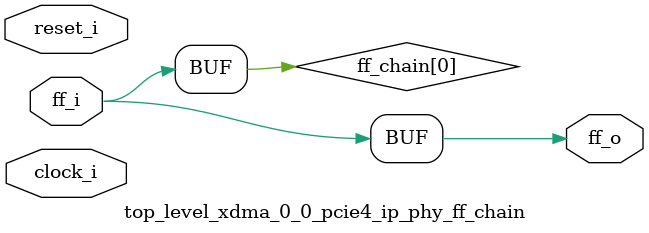
<source format=v>
/*****************************************************************************
** Description:
**    Flop Chain
**
******************************************************************************/

`timescale 1ps/1ps

`define AS_PHYREG(clk, reset, q, d, rstval)  \
   always @(posedge clk or posedge reset) begin \
      if (reset) \
         q  <= #(TCQ)   rstval;  \
      else  \
         q  <= #(TCQ)   d; \
   end

`define PHYREG(clk, reset, q, d, rstval)  \
   always @(posedge clk) begin \
      if (reset) \
         q  <= #(TCQ)   rstval;  \
      else  \
         q  <= #(TCQ)   d; \
   end

(* DowngradeIPIdentifiedWarnings = "yes" *)
module top_level_xdma_0_0_pcie4_ip_phy_ff_chain #(
   // Parameters
   parameter integer PIPELINE_STAGES   = 0,        // 0 = no pipeline; 1 = 1 stage; 2 = 2 stages; 3 = 3 stages
   parameter         ASYNC             = "FALSE",
   parameter integer FF_WIDTH          = 1,
   parameter integer RST_VAL           = 0,
   parameter integer TCQ               = 1
)  (   
   input  wire                         clock_i,          
   input  wire                         reset_i,           
   input  wire [FF_WIDTH-1:0]          ff_i,            
   output wire [FF_WIDTH-1:0]          ff_o        
   );

   genvar   var_i;

   reg   [FF_WIDTH-1:0]          ff_chain [PIPELINE_STAGES:0];

   always @(*) ff_chain[0] = ff_i;

generate
   if (PIPELINE_STAGES > 0) begin:  with_ff_chain
      for (var_i = 0; var_i < PIPELINE_STAGES; var_i = var_i + 1) begin: ff_chain_gen
         if (ASYNC == "TRUE") begin: async_rst
            `AS_PHYREG(clock_i, reset_i, ff_chain[var_i+1], ff_chain[var_i], RST_VAL)
         end else begin: sync_rst
            `PHYREG(clock_i, reset_i, ff_chain[var_i+1], ff_chain[var_i], RST_VAL)
         end
      end
   end
endgenerate

   assign ff_o = ff_chain[PIPELINE_STAGES];

endmodule

</source>
